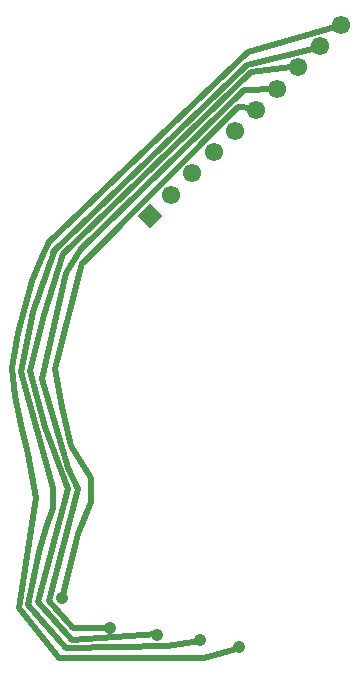
<source format=gbl>
%FSLAX33Y33*%
%MOMM*%
%AMRect-W1550000-H1550000-RO1.750*
21,1,1.55,1.55,0.,0.,45*%
%ADD10C,0.508*%
%ADD11C,1.0668*%
%ADD12C,1.55*%
%ADD13Rect-W1550000-H1550000-RO1.750*%
D10*
%LNbottom copper_traces*%
G01*
X25700Y37600D02*
X42600Y53650D01*
X42200Y50400D02*
X44950Y50500D01*
X25150Y36300D02*
X25700Y37600D01*
X23350Y26550D02*
X24350Y31650D01*
X23350Y22100D02*
X22850Y24550D01*
X23950Y6850D02*
X27200Y3200D01*
X26100Y16700D02*
X23350Y26550D01*
X24150Y26650D02*
X25300Y31400D01*
X27200Y3200D02*
X35700Y3350D01*
X29300Y15550D02*
X29300Y17550D01*
X25700Y7200D02*
X27750Y4850D01*
X27350Y18450D02*
X25150Y26000D01*
X26850Y7400D02*
X26750Y7500D01*
X30900Y4850D02*
X27750Y4850D01*
X28600Y35800D02*
X41700Y48950D01*
X25150Y26000D02*
X27150Y34900D01*
X25500Y13350D02*
X26050Y15050D01*
X26800Y23600D02*
X26250Y26800D01*
X28400Y36950D02*
X42200Y50400D01*
X41700Y48950D02*
X42950Y48900D01*
X22550Y26900D02*
X23100Y29850D01*
X24800Y7050D02*
X27700Y3900D01*
X24300Y34300D02*
X25150Y36300D01*
X22850Y24550D02*
X22550Y26900D01*
X27150Y34900D02*
X28400Y36950D01*
X26850Y7350D02*
X28200Y12850D01*
X25500Y13350D02*
X24900Y11350D01*
X34850Y4350D02*
X27700Y3900D01*
X42500Y52550D02*
X48450Y54000D01*
X23150Y6600D02*
X24650Y15850D01*
X25400Y21900D02*
X24150Y26650D01*
X23950Y6850D02*
X24900Y11350D01*
X26550Y2350D02*
X38850Y2350D01*
X38500Y3900D02*
X38500Y3850D01*
X41800Y3300D02*
X41750Y3300D01*
X23100Y29850D02*
X24300Y34300D01*
X27600Y20250D02*
X26800Y23600D01*
X26050Y15050D02*
X26100Y16700D01*
X28200Y12850D02*
X29300Y15550D01*
X24800Y7050D02*
X27300Y16650D01*
X41900Y3150D02*
X38850Y2350D01*
X26550Y2350D02*
X23150Y6600D01*
X24350Y31650D02*
X26150Y36750D01*
X26100Y36750D02*
X42500Y52550D01*
X35700Y3350D02*
X38500Y3800D01*
X25300Y31400D02*
X26900Y36550D01*
X25700Y7200D02*
X28200Y16650D01*
X42850Y51950D02*
X46850Y52500D01*
X26250Y26800D02*
X28500Y35800D01*
X30900Y4900D02*
X30900Y4850D01*
X23950Y19600D02*
X23350Y22100D01*
X26900Y36550D02*
X42850Y51950D01*
X42600Y53650D02*
X50500Y55900D01*
X29300Y17550D02*
X27600Y20250D01*
X25400Y21900D02*
X27300Y16650D01*
X28200Y16650D02*
X27350Y18450D01*
X24650Y15850D02*
X23950Y19600D01*
D11*
X41800Y3300D03*
X38500Y3900D03*
X30900Y4900D03*
X34850Y4300D03*
X26850Y7400D03*
%LNbottom copper component f3a27893b55f737a*%
D12*
X36064Y41564D03*
X37860Y43360D03*
X39656Y45156D03*
X41452Y46952D03*
X43248Y48748D03*
X45044Y50544D03*
X46840Y52340D03*
X48636Y54136D03*
X50432Y55932D03*
D13*
X34268Y39768D03*
M02*
</source>
